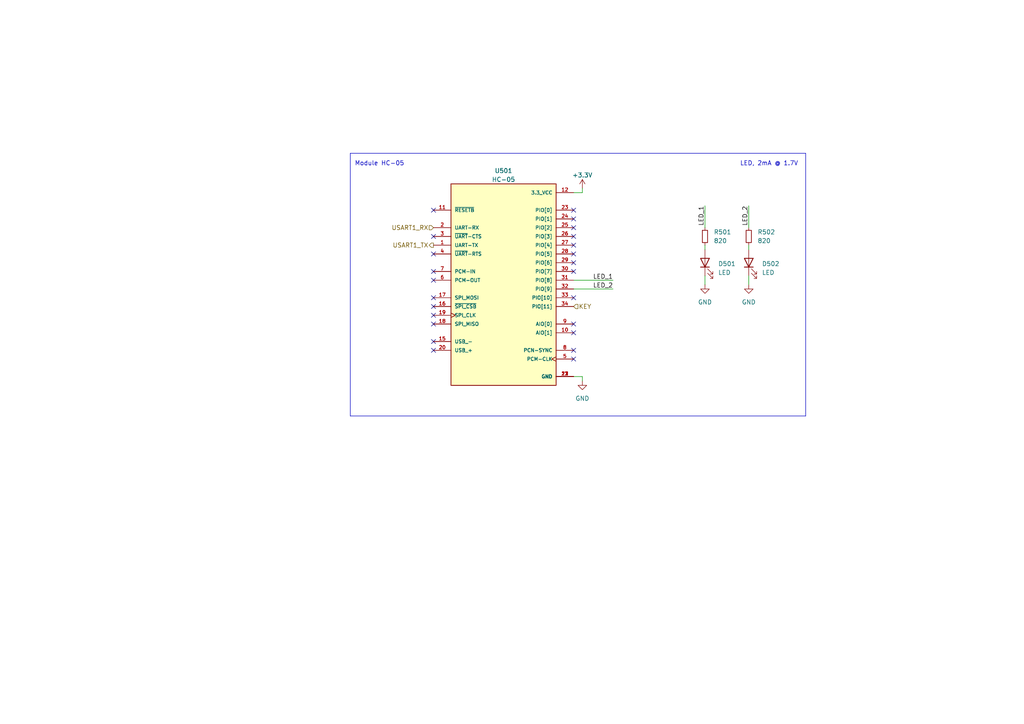
<source format=kicad_sch>
(kicad_sch (version 20230121) (generator eeschema)
  (paper "A4")
  (lib_symbols
    (symbol "Device:LED" (pin_numbers hide) (pin_names (offset 1.016) hide)
      (property "Reference" "D" (at 0 2.54 0))
      (property "Value" "LED" (at 0 -2.54 0))
      (symbol "LED_0_1"
        (polyline (pts (xy -1.27 -1.27) (xy -1.27 1.27)) (stroke (width 0.254)))
        (polyline (pts (xy -1.27 0) (xy 1.27 0)))
        (polyline (pts (xy 1.27 -1.27) (xy 1.27 1.27) (xy -1.27 0) (xy 1.27 -1.27)) (stroke (width 0.254)))
        (polyline (pts (xy -3.048 -0.762) (xy -4.572 -2.286) (xy -3.81 -2.286) (xy -4.572 -2.286) (xy -4.572 -1.524)))
        (polyline (pts (xy -1.778 -0.762) (xy -3.302 -2.286) (xy -2.54 -2.286) (xy -3.302 -2.286) (xy -3.302 -1.524)))
      )
      (symbol "LED_1_1"
        (pin passive line (at -3.81 0 0) (length 2.54) (name "K") (number "1"))
        (pin passive line (at 3.81 0 180) (length 2.54) (name "A") (number "2"))
      )
    )
    (symbol "Device:R_Small" (pin_numbers hide) (pin_names (offset 0.254) hide)
      (property "Reference" "R" (at 0.762 0.508 0))
      (property "Value" "R_Small" (at 0.762 -1.016 0))
      (symbol "R_Small_0_1"
        (rectangle (start -0.762 1.778) (end 0.762 -1.778) (stroke (width 0.2032)))
      )
      (symbol "R_Small_1_1"
        (pin passive line (at 0 2.54 270) (length 0.762) (name "~") (number "1"))
        (pin passive line (at 0 -2.54 90) (length 0.762) (name "~") (number "2"))
      )
    )
    (symbol "HC-05:HC-05" (pin_names (offset 1.016))
      (property "Reference" "U" (at -15.24 31.115 0))
      (property "Value" "HC-05" (at -15.24 -30.48 0))
      (symbol "HC-05_0_0"
        (rectangle (start -15.24 -27.94) (end 15.24 30.48) (stroke (width 0.254)) (fill (type background)))
        (pin output line (at -20.32 12.7 0) (length 5.08) (name "UART-TX") (number "1"))
        (pin bidirectional line (at 20.32 -12.7 180) (length 5.08) (name "AIO[1]") (number "10"))
        (pin input line (at -20.32 22.86 0) (length 5.08) (name "~{RESETB}") (number "11"))
        (pin power_in line (at 20.32 27.94 180) (length 5.08) (name "3.3_VCC") (number "12"))
        (pin power_in line (at 20.32 -25.4 180) (length 5.08) (name "GND") (number "13"))
        (pin bidirectional line (at -20.32 -15.24 0) (length 5.08) (name "USB_-") (number "15"))
        (pin input line (at -20.32 -5.08 0) (length 5.08) (name "~{SPI_CSB}") (number "16"))
        (pin input line (at -20.32 -2.54 0) (length 5.08) (name "SPI_MOSI") (number "17"))
        (pin output line (at -20.32 -10.16 0) (length 5.08) (name "SPI_MISO") (number "18"))
        (pin input clock (at -20.32 -7.62 0) (length 5.08) (name "SPI_CLK") (number "19"))
        (pin input line (at -20.32 17.78 0) (length 5.08) (name "UART-RX") (number "2"))
        (pin bidirectional line (at -20.32 -17.78 0) (length 5.08) (name "USB_+") (number "20"))
        (pin power_in line (at 20.32 -25.4 180) (length 5.08) (name "GND") (number "21"))
        (pin power_in line (at 20.32 -25.4 180) (length 5.08) (name "GND") (number "22"))
        (pin bidirectional line (at 20.32 22.86 180) (length 5.08) (name "PIO[0]") (number "23"))
        (pin bidirectional line (at 20.32 20.32 180) (length 5.08) (name "PIO[1]") (number "24"))
        (pin bidirectional line (at 20.32 17.78 180) (length 5.08) (name "PIO[2]") (number "25"))
        (pin bidirectional line (at 20.32 15.24 180) (length 5.08) (name "PIO[3]") (number "26"))
        (pin bidirectional line (at 20.32 12.7 180) (length 5.08) (name "PIO[4]") (number "27"))
        (pin bidirectional line (at 20.32 10.16 180) (length 5.08) (name "PIO[5]") (number "28"))
        (pin bidirectional line (at 20.32 7.62 180) (length 5.08) (name "PIO[6]") (number "29"))
        (pin input line (at -20.32 15.24 0) (length 5.08) (name "~{UART}-CTS") (number "3"))
        (pin bidirectional line (at 20.32 5.08 180) (length 5.08) (name "PIO[7]") (number "30"))
        (pin bidirectional line (at 20.32 2.54 180) (length 5.08) (name "PIO[8]") (number "31"))
        (pin bidirectional line (at 20.32 0 180) (length 5.08) (name "PIO[9]") (number "32"))
        (pin bidirectional line (at 20.32 -2.54 180) (length 5.08) (name "PIO[10]") (number "33"))
        (pin bidirectional line (at 20.32 -5.08 180) (length 5.08) (name "PIO[11]") (number "34"))
        (pin output line (at -20.32 10.16 0) (length 5.08) (name "~{UART}-RTS") (number "4"))
        (pin bidirectional clock (at 20.32 -20.32 180) (length 5.08) (name "PCM-CLK") (number "5"))
        (pin output line (at -20.32 2.54 0) (length 5.08) (name "PCM-OUT") (number "6"))
        (pin input line (at -20.32 5.08 0) (length 5.08) (name "PCM-IN") (number "7"))
        (pin bidirectional line (at 20.32 -17.78 180) (length 5.08) (name "PCN-SYNC") (number "8"))
        (pin bidirectional line (at 20.32 -10.16 180) (length 5.08) (name "AIO[0]") (number "9"))
      )
    )
    (symbol "power:+3.3V" (power) (pin_names (offset 0))
      (property "Value" "+3.3V" (at 0 3.556 0))
      (symbol "+3.3V_0_1"
        (polyline (pts (xy -0.762 1.27) (xy 0 2.54)))
        (polyline (pts (xy 0 0) (xy 0 2.54)))
        (polyline (pts (xy 0 2.54) (xy 0.762 1.27)))
      )
      (symbol "+3.3V_1_1"
        (pin power_in line (at 0 0 90) (length 0) hide (name "+3.3V") (number "1"))
      )
    )
    (symbol "power:GND" (power) (pin_names (offset 0))
      (property "Value" "GND" (at 0 -3.81 0))
      (symbol "GND_0_1"
        (polyline (pts (xy 0 0) (xy 0 -1.27) (xy 1.27 -1.27) (xy 0 -2.54) (xy -1.27 -1.27) (xy 0 -1.27)))
      )
      (symbol "GND_1_1"
        (pin power_in line (at 0 0 270) (length 0) hide (name "GND") (number "1"))
      )
    )
  )
  (no_connect (at 166.37 76.2))
  (no_connect (at 125.73 91.44))
  (no_connect (at 125.73 99.06))
  (no_connect (at 125.73 101.6))
  (no_connect (at 125.73 78.74))
  (no_connect (at 125.73 73.66))
  (no_connect (at 166.37 66.04))
  (no_connect (at 166.37 86.36))
  (no_connect (at 125.73 68.58))
  (no_connect (at 166.37 78.74))
  (no_connect (at 166.37 96.52))
  (no_connect (at 166.37 63.5))
  (no_connect (at 125.73 93.98))
  (no_connect (at 166.37 104.14))
  (no_connect (at 166.37 68.58))
  (no_connect (at 166.37 93.98))
  (no_connect (at 166.37 60.96))
  (no_connect (at 125.73 60.96))
  (no_connect (at 125.73 81.28))
  (no_connect (at 125.73 88.9))
  (no_connect (at 125.73 86.36))
  (no_connect (at 166.37 101.6))
  (no_connect (at 166.37 71.12))
  (no_connect (at 166.37 73.66))
  (wire (pts (xy 168.91 54.61) (xy 168.91 55.88)))
  (wire (pts (xy 204.47 80.01) (xy 204.47 82.55)))
  (polyline (pts (xy 233.68 44.45) (xy 233.68 120.65)))
  (polyline (pts (xy 101.6 44.45) (xy 233.68 44.45)))
  (wire (pts (xy 168.91 109.22) (xy 168.91 110.49)))
  (polyline (pts (xy 233.68 120.65) (xy 101.6 120.65)))
  (wire (pts (xy 217.17 80.01) (xy 217.17 82.55)))
  (wire (pts (xy 204.47 59.69) (xy 204.47 66.04)))
  (wire (pts (xy 166.37 81.28) (xy 177.8 81.28)))
  (wire (pts (xy 217.17 71.12) (xy 217.17 72.39)))
  (wire (pts (xy 166.37 83.82) (xy 177.8 83.82)))
  (wire (pts (xy 166.37 109.22) (xy 168.91 109.22)))
  (wire (pts (xy 217.17 59.69) (xy 217.17 66.04)))
  (polyline (pts (xy 101.6 44.45) (xy 101.6 120.65)))
  (wire (pts (xy 204.47 71.12) (xy 204.47 72.39)))
  (wire (pts (xy 168.91 55.88) (xy 166.37 55.88)))
  (text "LED, 2mA @ 1.7V" (at 214.63 48.26 0) (effects (font (size 1.27 1.27)) (justify left bottom)))
  (text "Module HC-05" (at 102.87 48.26 0) (effects (font (size 1.27 1.27)) (justify left bottom)))
  (label "LED_2" (at 217.17 59.69 270))
  (label "LED_2" (at 177.8 83.82 180))
  (label "LED_1" (at 204.47 59.69 270))
  (label "LED_1" (at 177.8 81.28 180))
  (hierarchical_label "USART1_TX" (shape output) (at 125.73 71.12 180))
  (hierarchical_label "USART1_RX" (shape input) (at 125.73 66.04 180))
  (hierarchical_label "KEY" (shape input) (at 166.37 88.9 0))
  (symbol (lib_id "HC-05:HC-05") (at 146.05 83.82 0) (unit 1)
    (property "Reference" "U501" (at 146.05 49.53 0))
    (property "Value" "HC-05" (at 146.05 52.07 0))
    (property "Footprint" "lib:XCVR_HC-05" (effects hide))
    (property "MF" "ITead Studio" (effects hide))
    (property "Description" "\nBluetooth to Serial Port Module\n" (effects hide))
    (property "Package" "Module ITead Studio" (effects hide))
    (property "Price" "None" (effects hide))
    (property "STANDARD" "Manufacturer Recommendations" (effects hide))
    (property "PARTREV" "v1.0" (effects hide))
    (property "SnapEDA_Link" "https://www.snapeda.com/parts/HC-05/ITead+Studio/view-part/?ref=snap" (effects hide))
    (property "MP" "HC-05" (effects hide))
    (property "Availability" "Not in stock" (effects hide))
    (property "Check_prices" "https://www.snapeda.com/parts/HC-05/ITead+Studio/view-part/?ref=eda" (effects hide))
  )
  (symbol (lib_id "Device:R_Small") (at 217.17 68.58 0) (unit 1)
    (property "Reference" "R502" (at 219.71 67.31 0) (effects (justify left)))
    (property "Value" "820" (at 219.71 69.85 0) (effects (justify left)))
    (property "Footprint" "Resistor_SMD:R_0402_1005Metric" (effects hide))
  )
  (symbol (lib_id "power:GND") (at 168.91 110.49 0) (unit 1)
    (property "Reference" "#PWR0502" (effects hide))
    (property "Value" "GND" (at 168.91 115.57 0))
  )
  (symbol (lib_id "power:+3.3V") (at 168.91 54.61 0) (unit 1)
    (property "Reference" "#PWR0501" (effects hide))
    (property "Value" "+3.3V" (at 168.91 50.8 0))
  )
  (symbol (lib_id "Device:LED") (at 217.17 76.2 90) (unit 1)
    (property "Reference" "D502" (at 220.98 76.5175 90) (effects (justify right)))
    (property "Value" "LED" (at 220.98 79.0575 90) (effects (justify right)))
    (property "Footprint" "LED_SMD:LED_0603_1608Metric" (effects hide))
  )
  (symbol (lib_id "power:GND") (at 204.47 82.55 0) (unit 1)
    (property "Reference" "#PWR0503" (effects hide))
    (property "Value" "GND" (at 204.47 87.63 0))
  )
  (symbol (lib_id "Device:LED") (at 204.47 76.2 90) (unit 1)
    (property "Reference" "D501" (at 208.28 76.5175 90) (effects (justify right)))
    (property "Value" "LED" (at 208.28 79.0575 90) (effects (justify right)))
    (property "Footprint" "LED_SMD:LED_0603_1608Metric" (effects hide))
  )
  (symbol (lib_id "power:GND") (at 217.17 82.55 0) (unit 1)
    (property "Reference" "#PWR0504" (effects hide))
    (property "Value" "GND" (at 217.17 87.63 0))
  )
  (symbol (lib_id "Device:R_Small") (at 204.47 68.58 0) (unit 1)
    (property "Reference" "R501" (at 207.01 67.31 0) (effects (justify left)))
    (property "Value" "820" (at 207.01 69.85 0) (effects (justify left)))
    (property "Footprint" "Resistor_SMD:R_0402_1005Metric" (effects hide))
  )
)
</source>
